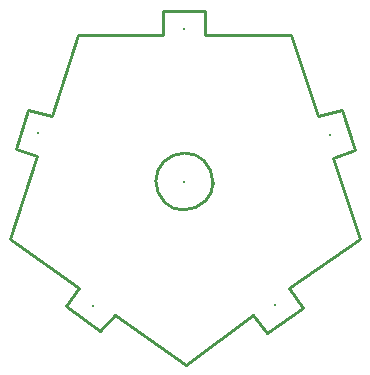
<source format=gts>
%FSLAX25Y25*%
%MOIN*%
G70*
G01*
G75*
G04 Layer_Color=8388736*
%ADD10C,0.01000*%
%ADD11C,0.00800*%
D10*
X401000Y304500D02*
G03*
X394965Y307000I-6036J-6036D01*
G01*
X404000Y297257D02*
G03*
X401000Y304500I-10243J0D01*
G01*
X401642Y291142D02*
G03*
X404000Y296834I-5692J5692D01*
G01*
X394056Y288000D02*
G03*
X401642Y291142I0J10728D01*
G01*
X387985Y290515D02*
G03*
X394056Y288000I6071J6071D01*
G01*
X385000Y297722D02*
G03*
X387985Y290515I10192J0D01*
G01*
X387672Y304172D02*
G03*
X385000Y297722I6450J-6450D01*
G01*
X394500Y307000D02*
G03*
X387672Y304172I0J-9657D01*
G01*
X404000Y296834D02*
Y297257D01*
X338500Y308500D02*
X342500Y321500D01*
X338500Y308500D02*
X345500Y306000D01*
X336500Y278500D02*
X345500Y306000D01*
X336500Y278500D02*
X359467Y262023D01*
X355000Y256000D02*
X359467Y262023D01*
X355000Y256000D02*
X366500Y247750D01*
X371500Y253000D01*
X395000Y236500D01*
X417500Y253000D01*
X422000Y247000D01*
X434000Y255500D01*
X429500Y262000D02*
X434000Y255500D01*
X429500Y262000D02*
X453000Y278500D01*
X444000Y305500D02*
X453000Y278500D01*
X444000Y305500D02*
X451500Y308000D01*
X447000Y321500D02*
X451500Y308000D01*
X439000Y319500D02*
X447000Y321500D01*
X430000Y346500D02*
X439000Y319500D01*
X401500Y346500D02*
X430000D01*
X401500D02*
Y354500D01*
X387500D02*
X401500D01*
X387500Y346500D02*
Y354500D01*
X359000Y346500D02*
X387500D01*
X350500Y319500D02*
X359000Y346500D01*
X342500Y321500D02*
X350500Y319500D01*
D11*
X394467Y297488D02*
D03*
X443083Y313122D02*
D03*
X424565Y256216D02*
D03*
X364046Y256065D02*
D03*
X345679Y313574D02*
D03*
X394311Y348453D02*
D03*
M02*

</source>
